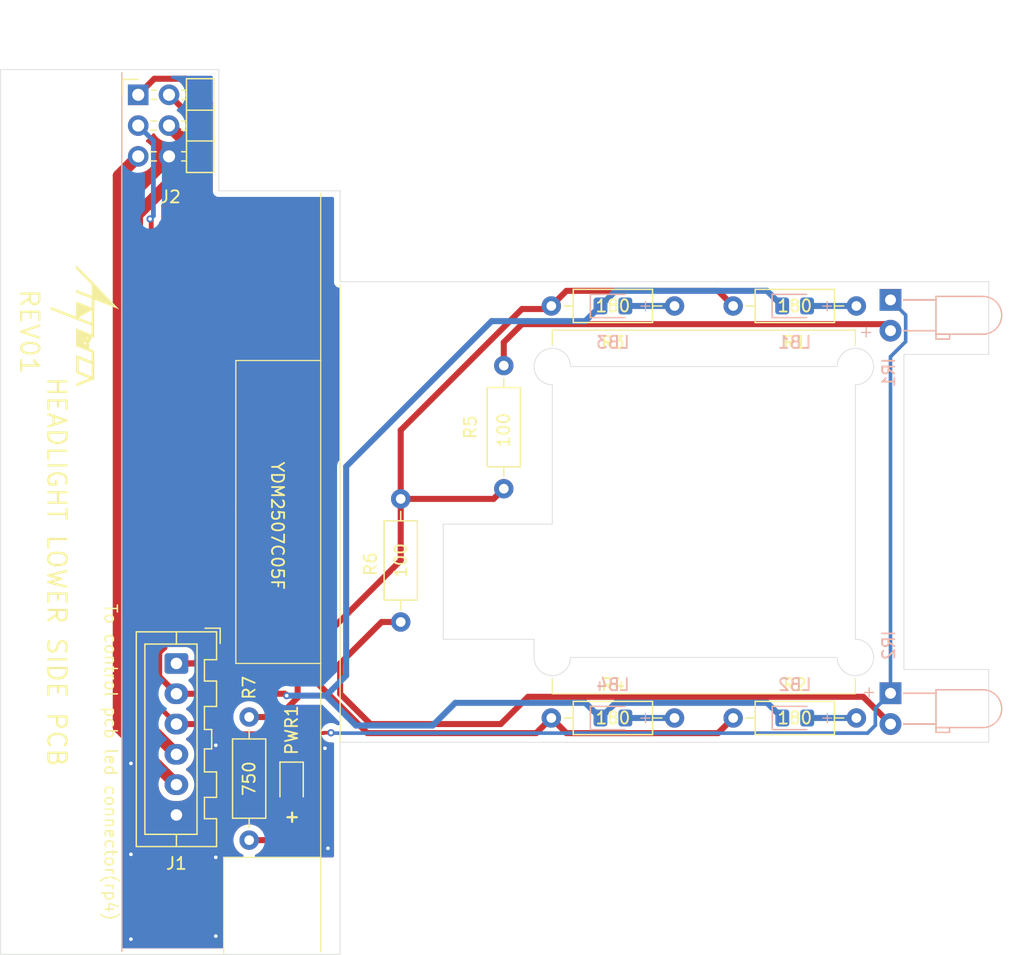
<source format=kicad_pcb>
(kicad_pcb (version 20241229) (generator "pcbnew") (generator_version "9.0")
  (title_block (title "HeadLight Lower Side") (date "2025-06-07") (rev "01"))
  (layers (0 "F.Cu" signal) (2 "B.Cu" signal) (13 "F.Paste" user) (15 "B.Paste" user) (5 "F.SilkS" user "F.Silkscreen") (7 "B.SilkS" user "B.Silkscreen") (1 "F.Mask" user) (3 "B.Mask" user) (25 "Edge.Cuts" user))
  (net 0 "")
  (net 1 "Net-(IR1-A)")
  (net 2 "IR")
  (net 3 "Net-(IR2-A)")
  (net 4 "HB_K")
  (net 5 "HB_A")
  (net 6 "LB")
  (net 7 "GND")
  (net 8 "+5.1V")
  (net 9 "Net-(LB1-A)")
  (net 10 "Net-(LB2-A)")
  (net 11 "Net-(LB3-A)")
  (net 12 "Net-(LB4-A)")
  (net 13 "Net-(PWR1-A)")
  (footprint "Resistor_THT:R_Axial_DIN0207_L6.3mm_D2.5mm_P10.16mm_Horizontal" (layer "F.Cu") (at 78 60.08 90)
    (property "Reference" "R5" (at 5.08 -2.75 90) (layer "F.SilkS"))
    (property "Value" "100" (at 4.83 0 90) (layer "F.SilkS"))
    (fp_line (start 8.35 -1.37) (end 1.81 -1.37) (stroke (width 0.12)) (layer "F.SilkS"))
    (fp_line (start 1.81 -1.37) (end 1.81 1.37) (stroke (width 0.12)) (layer "F.SilkS"))
    (fp_line (start 9.12 0) (end 8.35 0) (stroke (width 0.12)) (layer "F.SilkS"))
    (fp_line (start 1.04 0) (end 1.81 0) (stroke (width 0.12)) (layer "F.SilkS"))
    (fp_line (start 8.35 1.37) (end 8.35 -1.37) (stroke (width 0.12)) (layer "F.SilkS"))
    (fp_line (start 1.81 1.37) (end 8.35 1.37) (stroke (width 0.12)) (layer "F.SilkS"))
    (pad "1" thru_hole circle (at 0 0 90) (size 1.6 1.6) (drill 0.8) (layers "*.Cu" "*.Mask") (net 8 "+5.1V"))
    (pad "2" thru_hole oval (at 10.16 0 90) (size 1.6 1.6) (drill 0.8) (layers "*.Cu" "*.Mask") (net 1 "Net-(IR1-A)"))
  )
  (footprint "MountingHole:MountingHole_3.2mm_M3" (layer "F.Cu") (at 41.5 37)
    (property "Reference" "H1" (hide yes))
    (property "Value" "MountingHole" (hide yes))
    (pad "" np_thru_hole circle (at 0 0) (size 3.2 3.2) (drill 3.2) (layers "*.Cu" "*.Mask"))
  )
  (footprint "MountingHole:MountingHole_3.2mm_M3" (layer "F.Cu") (at 41.5 87)
    (property "Reference" "H2" (hide yes))
    (property "Value" "MountingHole" (hide yes))
    (pad "" np_thru_hole circle (at 0 0) (size 3.2 3.2) (drill 3.2) (layers "*.Cu" "*.Mask"))
  )
  (footprint "MountingHole:MountingHole_3.2mm_M3" (layer "F.Cu") (at 69.5 76)
    (property "Reference" "H4" (hide yes))
    (property "Value" "MountingHole" (hide yes))
    (pad "" np_thru_hole circle (at 0 0) (size 3.2 3.2) (drill 3.2) (layers "*.Cu" "*.Mask"))
  )
  (footprint "Resistor_THT:R_Axial_DIN0207_L6.3mm_D2.5mm_P10.16mm_Horizontal" (layer "F.Cu") (at 96.92 79)
    (property "Reference" "R2" (at 5.08 -2.75 0) (layer "F.SilkS"))
    (property "Value" "180" (at 5.08 0 0) (layer "F.SilkS"))
    (fp_line (start 1.04 0) (end 1.81 0) (stroke (width 0.12)) (layer "F.SilkS"))
    (fp_line (start 1.81 -1.37) (end 1.81 1.37) (stroke (width 0.12)) (layer "F.SilkS"))
    (fp_line (start 1.81 1.37) (end 8.35 1.37) (stroke (width 0.12)) (layer "F.SilkS"))
    (fp_line (start 8.35 -1.37) (end 1.81 -1.37) (stroke (width 0.12)) (layer "F.SilkS"))
    (fp_line (start 8.35 1.37) (end 8.35 -1.37) (stroke (width 0.12)) (layer "F.SilkS"))
    (fp_line (start 9.12 0) (end 8.35 0) (stroke (width 0.12)) (layer "F.SilkS"))
    (pad "1" thru_hole circle (at 0 0) (size 1.6 1.6) (drill 0.8) (layers "*.Cu" "*.Mask") (net 8 "+5.1V"))
    (pad "2" thru_hole oval (at 10.16 0) (size 1.6 1.6) (drill 0.8) (layers "*.Cu" "*.Mask") (net 10 "Net-(LB2-A)"))
  )
  (footprint "Resistor_THT:R_Axial_DIN0207_L6.3mm_D2.5mm_P10.16mm_Horizontal" (layer "F.Cu") (at 57 78.92 -90)
    (property "Reference" "R7" (at -2.42 0 90) (layer "F.SilkS"))
    (property "Value" "750" (at 5.08 0 90) (layer "F.SilkS"))
    (fp_line (start 1.81 1.37) (end 8.35 1.37) (stroke (width 0.12)) (layer "F.SilkS"))
    (fp_line (start 8.35 1.37) (end 8.35 -1.37) (stroke (width 0.12)) (layer "F.SilkS"))
    (fp_line (start 1.04 0) (end 1.81 0) (stroke (width 0.12)) (layer "F.SilkS"))
    (fp_line (start 9.12 0) (end 8.35 0) (stroke (width 0.12)) (layer "F.SilkS"))
    (fp_line (start 1.81 -1.37) (end 1.81 1.37) (stroke (width 0.12)) (layer "F.SilkS"))
    (fp_line (start 8.35 -1.37) (end 1.81 -1.37) (stroke (width 0.12)) (layer "F.SilkS"))
    (pad "1" thru_hole circle (at 0 0 270) (size 1.6 1.6) (drill 0.8) (layers "*.Cu" "*.Mask") (net 8 "+5.1V"))
    (pad "2" thru_hole oval (at 10.16 0 270) (size 1.6 1.6) (drill 0.8) (layers "*.Cu" "*.Mask") (net 13 "Net-(PWR1-A)"))
  )
  (footprint "Resistor_THT:R_Axial_DIN0207_L6.3mm_D2.5mm_P10.16mm_Horizontal" (layer "F.Cu") (at 96.92 45)
    (property "Reference" "R1" (at 5.08 3 0) (layer "F.SilkS"))
    (property "Value" "180" (at 5.08 0 0) (layer "F.SilkS"))
    (fp_line (start 1.04 0) (end 1.81 0) (stroke (width 0.12)) (layer "F.SilkS"))
    (fp_line (start 1.81 -1.37) (end 1.81 1.37) (stroke (width 0.12)) (layer "F.SilkS"))
    (fp_line (start 1.81 1.37) (end 8.35 1.37) (stroke (width 0.12)) (layer "F.SilkS"))
    (fp_line (start 8.35 -1.37) (end 1.81 -1.37) (stroke (width 0.12)) (layer "F.SilkS"))
    (fp_line (start 8.35 1.37) (end 8.35 -1.37) (stroke (width 0.12)) (layer "F.SilkS"))
    (fp_line (start 9.12 0) (end 8.35 0) (stroke (width 0.12)) (layer "F.SilkS"))
    (pad "1" thru_hole circle (at 0 0) (size 1.6 1.6) (drill 0.8) (layers "*.Cu" "*.Mask") (net 8 "+5.1V"))
    (pad "2" thru_hole oval (at 10.16 0) (size 1.6 1.6) (drill 0.8) (layers "*.Cu" "*.Mask") (net 9 "Net-(LB1-A)"))
  )
  (footprint "aqua_rogo:aqua_rogo" (layer "F.Cu") (at 43.5 46.5 -90)
    (property "Reference" "G***" (hide yes))
    (property "Value" "LOGO" (hide yes))
    (fp_poly (pts (xy -1.227114 -2.768369) (xy -1.236997 -2.74129) (xy -1.253263 -2.69798) (xy -1.27545 -2.639639) (xy -1.303095 -2.567463) (xy -1.335737 -2.482651) (xy -1.372914 -2.3864) (xy -1.414163 -2.27991) (xy -1.459023 -2.164376) (xy -1.507031 -2.040998) (xy -1.557726 -1.910973) (xy -1.610644 -1.7755) (xy -1.618788 -1.754674) (xy -1.67202 -1.618406) (xy -1.723097 -1.48735) (xy -1.771555 -1.362708) (xy -1.816932 -1.245684) (xy -1.858767 -1.137482) (xy -1.896595 -1.039304) (xy -1.929955 -0.952354) (xy -1.958383 -0.877835) (xy -1.981419 -0.816951) (xy -1.998598 -0.770904) (xy -2.009458 -0.740898) (xy -2.013537 -0.728136) (xy -2.013537 -0.727787) (xy -2.003268 -0.72695) (xy -1.97406 -0.72614) (xy -1.926982 -0.725361) (xy -1.863105 -0.724618) (xy -1.783496 -0.723916) (xy -1.689226 -0.723261) (xy -1.581364 -0.722658) (xy -1.460978 -0.722111) (xy -1.329139 -0.721626) (xy -1.186915 -0.721207) (xy -1.035376 -0.72086) (xy -0.87559 -0.72059) (xy -0.708628 -0.720402) (xy -0.535558 -0.720301) (xy -0.42958 -0.720284) (xy -0.25344 -0.720235) (xy -0.082813 -0.72009) (xy 0.081237 -0.719856) (xy 0.237643 -0.719537) (xy 0.38534 -0.719139) (xy 0.523263 -0.718668) (xy 0.650345 -0.718128) (xy 0.765521 -0.717525) (xy 0.867724 -0.716864) (xy 0.955891 -0.716151) (xy 1.028954 -0.715391) (xy 1.085847 -0.714589) (xy 1.125506 -0.713751) (xy 1.146865 -0.712883) (xy 1.150452 -0.712347) (xy 1.146915 -0.70047) (xy 1.13728 -0.673981) (xy 1.123017 -0.636789) (xy 1.105592 -0.592806) (xy 1.105435 -0.592414) (xy 1.087994 -0.548426) (xy 1.0737 -0.511235) (xy 1.064019 -0.484738) (xy 1.060417 -0.472832) (xy 1.060417 -0.472801) (xy 1.069723 -0.469606) (xy 1.094852 -0.466995) (xy 1.131622 -0.465293) (xy 1.162957 -0.464815) (xy 1.265498 -0.464446) (xy 1.390547 -0.402559) (xy 1.478714 -0.361764) (xy 1.556764 -0.332553) (xy 1.629934 -0.313683) (xy 1.703463 -0.303912) (xy 1.782589 -0.301996) (xy 1.810712 -0.302871) (xy 1.890188 -0.308697) (xy 1.951473 -0.318774) (xy 1.980779 -0.327183) (xy 2.035801 -0.346625) (xy 2.109977 -0.533454) (xy 2.184154 -0.720284) (xy 3.404057 -0.720284) (xy 3.585813 -0.720274) (xy 3.748597 -0.720232) (xy 3.893442 -0.720144) (xy 4.021385 -0.719994) (xy 4.133459 -0.719769) (xy 4.2307 -0.719453) (xy 4.314144 -0.719031) (xy 4.384823 -0.718488) (xy 4.443775 -0.71781) (xy 4.492034 -0.71698) (xy 4.530634 -0.715985) (xy 4.56061 -0.71481) (xy 4.582998 -0.713438) (xy 4.598833 -0.711857) (xy 4.609149 -0.71005) (xy 4.614981 -0.708003) (xy 4.617365 -0.7057) (xy 4.617335 -0.703127) (xy 4.61721 -0.702777) (xy 4.61046 -0.68193) (xy 4.602257 -0.652385) (xy 4.600435 -0.645255) (xy 4.598772 -0.63706) (xy 4.59817 -0.627839) (xy 4.599103 -0.616256) (xy 4.602048 -0.60098) (xy 4.607478 -0.580678) (xy 4.615869 -0.554018) (xy 4.627695 -0.519665) (xy 4.643433 -0.476288) (xy 4.663556 -0.422554) (xy 4.68854 -0.35713) (xy 4.71886 -0.278683) (xy 4.754991 -0.18588) (xy 4.797407 -0.077389) (xy 4.846584 0.048123) (xy 4.857132 0.075029) (xy 4.900705 0.186153) (xy 4.942207 0.291977) (xy 4.981049 0.391004) (xy 5.016646 0.48174) (xy 5.048409 0.562688) (xy 5.075753 0.632351) (xy 5.098089 0.689235) (xy 5.114831 0.731843) (xy 5.125391 0.758679) (xy 5.129133 0.76813) (xy 5.127369 0.773688) (xy 5.114843 0.777153) (xy 5.088951 0.778758) (xy 5.047089 0.778734) (xy 5.01723 0.778133) (xy 4.900047 0.775305) (xy 4.688404 0.232625) (xy 4.649826 0.133936) (xy 4.613334 0.041029) (xy 4.579582 -0.04446) (xy 4.549226 -0.120893) (xy 4.52292 -0.186632) (xy 4.501319 -0.240041) (xy 4.485077 -0.279482) (xy 4.474849 -0.303319) (xy 4.471361 -0.310089) (xy 4.466839 -0.301044) (xy 4.45574 -0.274995) (xy 4.438725 -0.233593) (xy 4.416454 -0.178487) (xy 4.389588 -0.111326) (xy 4.358788 -0.033761) (xy 4.324713 0.052558) (xy 4.288024 0.145983) (xy 4.257487 0.224084) (xy 4.219091 0.322364) (xy 4.182748 0.415174) (xy 4.149129 0.500821) (xy 4.118901 0.577609) (xy 4.092735 0.643844) (xy 4.071299 0.697831) (xy 4.055263 0.737875) (xy 4.045296 0.762282) (xy 4.042171 0.769363) (xy 4.034229 0.771618) (xy 4.012901 0.773536) (xy 3.977441 0.775126) (xy 3.927101 0.776397) (xy 3.861134 0.777357) (xy 3.778791 0.778014) (xy 3.679325 0.778377) (xy 3.561989 0.778455) (xy 3.426035 0.778255) (xy 3.294142 0.77787) (xy 2.552956 0.775305) (xy 2.639559 0.553507) (xy 2.873762 0.553507) (xy 2.875704 0.556989) (xy 2.881677 0.559832) (xy 2.893277 0.562082) (xy 2.912097 0.563787) (xy 2.939731 0.564994) (xy 2.977772 0.565751) (xy 3.027815 0.566105) (xy 3.091453 0.566102) (xy 3.170281 0.565791) (xy 3.265892 0.565219) (xy 3.379881 0.564432) (xy 3.382685 0.564412) (xy 3.896008 0.560765) (xy 3.915259 0.507972) (xy 3.926013 0.479261) (xy 3.94345 0.433704) (xy 3.966887 0.373053) (xy 3.995637 0.299063) (xy 4.029017 0.21349) (xy 4.066341 0.118086) (xy 4.106925 0.014607) (xy 4.150083 -0.095193) (xy 4.195133 -0.209559) (xy 4.211078 -0.249983) (xy 4.237428 -0.316848) (xy 4.261199 -0.377348) (xy 4.281452 -0.429073) (xy 4.297244 -0.46961) (xy 4.307632 -0.496549) (xy 4.311676 -0.507477) (xy 4.311697 -0.507584) (xy 4.302005 -0.50809) (xy 4.274174 -0.508564) (xy 4.230076 -0.508996) (xy 4.171579 -0.509377) (xy 4.100555 -0.509697) (xy 4.018871 -0.509946) (xy 3.9284 -0.510116) (xy 3.831009 -0.510196) (xy 3.798459 -0.510201) (xy 3.285222 -0.510201) (xy 3.082188 0.010208) (xy 3.044293 0.107447) (xy 3.008525 0.199437) (xy 2.975558 0.284429) (xy 2.946068 0.360674) (xy 2.920729 0.42642) (xy 2.900216 0.479919) (xy 2.885205 0.519421) (xy 2.876369 0.543175) (xy 2.874258 0.549338) (xy 2.873762 0.553507) (xy 2.639559 0.553507) (xy 2.79709 0.150058) (xy 2.838713 0.043414) (xy 2.878266 -0.058009) (xy 2.915132 -0.15263) (xy 2.9487 -0.238868) (xy 2.978353 -0.315143) (xy 3.003479 -0.379876) (xy 3.023463 -0.431486) (xy 3.037691 -0.468393) (xy 3.045549 -0.489017) (xy 3.046886 -0.492695) (xy 3.04737 -0.497288) (xy 3.044293 -0.501002) (xy 3.035773 -0.503929) (xy 3.019931 -0.506162) (xy 2.994887 -0.507795) (xy 2.958761 -0.508919) (xy 2.909671 -0.509629) (xy 2.845739 -0.510017) (xy 2.765084 -0.510176) (xy 2.692803 -0.510201) (xy 2.593594 -0.510048) (xy 2.512827 -0.509553) (xy 2.448938 -0.508662) (xy 2.400364 -0.507322) (xy 2.365541 -0.505479) (xy 2.342905 -0.503079) (xy 2.330893 -0.500069) (xy 2.328015 -0.497697) (xy 2.321575 -0.481437) (xy 2.308661 -0.448587) (xy 2.290048 -0.401128) (xy 2.266508 -0.34104) (xy 2.238818 -0.270304) (xy 2.207749 -0.1909) (xy 2.174078 -0.10481) (xy 2.138577 -0.014015) (xy 2.10202 0.079506) (xy 2.065183 0.17377) (xy 2.028839 0.266798) (xy 1.993761 0.356608) (xy 1.960725 0.441221) (xy 1.930504 0.518654) (xy 1.903872 0.586927) (xy 1.881604 0.64406) (xy 1.864473 0.688071) (xy 1.853254 0.716981) (xy 1.849099 0.727786) (xy 1.829283 0.780307) (xy 1.083638 0.780307) (xy 0.938787 0.780245) (xy 0.81282 0.780048) (xy 0.704613 0.779696) (xy 0.613042 0.779171) (xy 0.536982 0.778454) (xy 0.47531 0.777524) (xy 0.426901 0.776365) (xy 0.390633 0.774955) (xy 0.36538 0.773278) (xy 0.350019 0.771313) (xy 0.343426 0.769041) (xy 0.343059 0.767802) (xy 0.347261 0.757109) (xy 0.358012 0.729652) (xy 0.374582 0.687301) (xy 0.396239 0.631926) (xy 0.422253 0.5654) (xy 0.451891 0.489593) (xy 0.484422 0.406376) (xy 0.512728 0.333961) (xy 1.22048 0.333961) (xy 1.224755 0.358625) (xy 1.240167 0.368393) (xy 1.260121 0.368103) (xy 1.278972 0.361612) (xy 1.287197 0.343968) (xy 1.288543 0.333937) (xy 1.287523 0.310074) (xy 1.27649 0.299018) (xy 1.272457 0.297731) (xy 1.245092 0.298592) (xy 1.225963 0.313943) (xy 1.22048 0.333961) (xy 0.512728 0.333961) (xy 0.519116 0.317619) (xy 0.555241 0.225195) (xy 0.592065 0.130974) (xy 0.628011 0.038998) (xy 1.511462 0.038998) (xy 1.52626 0.069197) (xy 1.536953 0.079305) (xy 1.572292 0.097448) (xy 1.606676 0.095633) (xy 1.631534 0.08132) (xy 1.649788 0.057224) (xy 1.654651 0.026155) (xy 1.648289 -0.01022) (xy 1.627785 -0.033574) (xy 1.593656 -0.045913) (xy 1.567766 -0.047203) (xy 1.546576 -0.03611) (xy 1.536267 -0.026583) (xy 1.514789 0.005753) (xy 1.511462 0.038998) (xy 0.628011 0.038998) (xy 0.628859 0.036828) (xy 0.664889 -0.055374) (xy 0.696327 -0.13583) (xy 1.110437 -0.13583) (xy 1.118198 -0.10807) (xy 1.14039 -0.093536) (xy 1.165409 -0.092086) (xy 1.184749 -0.095783) (xy 1.193318 -0.105855) (xy 1.195439 -0.128481) (xy 1.19547 -0.135054) (xy 1.194027 -0.161037) (xy 1.187013 -0.173264) (xy 1.170405 -0.177923) (xy 1.167354 -0.178293) (xy 1.135549 -0.174825) (xy 1.115649 -0.157585) (xy 1.110437 -0.13583) (xy 0.696327 -0.13583) (xy 0.699426 -0.14376) (xy 0.731738 -0.226458) (xy 0.761093 -0.301598) (xy 0.786761 -0.367309) (xy 0.808009 -0.42172) (xy 0.824108 -0.462959) (xy 0.834325 -0.489156) (xy 0.837695 -0.497822) (xy 0.83532 -0.50121) (xy 0.824231 -0.503898) (xy 0.802826 -0.505932) (xy 0.769501 -0.507357) (xy 0.722652 -0.508217) (xy 0.660678 -0.508558) (xy 0.581973 -0.508423) (xy 0.484937 -0.507859) (xy 0.480364 -0.507826) (xy 0.11816 -0.505199) (xy -0.542813 1.187967) (xy -1.203786 2.881134) (xy -1.239644 2.879299) (xy -1.267638 2.877635) (xy -1.307243 2.874998) (xy -1.350119 2.871945) (xy -1.352132 2.871796) (xy -1.428761 2.866128) (xy -1.024518 1.83072) (xy -0.970906 1.693336) (xy -0.919376 1.561159) (xy -0.870391 1.435386) (xy -0.824414 1.317209) (xy -0.781909 1.207825) (xy -0.743338 1.108427) (xy -0.709165 1.02021) (xy -0.679852 0.944369) (xy -0.655862 0.882098) (xy -0.63766 0.834592) (xy -0.625707 0.803045) (xy -0.620467 0.788653) (xy -0.62026 0.787885) (xy -0.629979 0.786539) (xy -0.65801 0.785191) (xy -0.702658 0.783868) (xy -0.762228 0.782596) (xy -0.835024 0.781404) (xy -0.919351 0.780317) (xy -1.013514 0.779364) (xy -1.115817 0.778572) (xy -1.224565 0.777967) (xy -1.244534 0.777881) (xy -1.868823 0.775305) (xy -1.624622 0.150058) (xy -1.582988 0.043416) (xy -1.543428 -0.058005) (xy -1.506555 -0.152624) (xy -1.472984 -0.238861) (xy -1.443328 -0.315136) (xy -1.418201 -0.379869) (xy -1.398218 -0.431479) (xy -1.383994 -0.468388) (xy -1.376141 -0.489015) (xy -1.374806 -0.492695) (xy -1.374514 -0.495549) (xy -1.136594 -0.495549) (xy -1.13598 -0.492976) (xy -1.129815 -0.481324) (xy -1.114472 -0.454033) (xy -1.090887 -0.412728) (xy -1.059999 -0.359031) (xy -1.022746 -0.294567) (xy -0.980064 -0.220959) (xy -0.932892 -0.139831) (xy -0.882167 -0.052806) (xy -0.848572 0.00472) (xy -0.78388 0.115413) (xy -0.728546 0.210077) (xy -0.681832 0.289955) (xy -0.642996 0.35629) (xy -0.611299 0.410326) (xy -0.586002 0.453305) (xy -0.566365 0.486472) (xy -0.551647 0.511069) (xy -0.54111 0.528339) (xy -0.534013 0.539527) (xy -0.529617 0.545874) (xy -0.527181 0.548625) (xy -0.525967 0.549023) (xy -0.525235 0.548311) (xy -0.525173 0.548241) (xy -0.521113 0.538612) (xy -0.510481 0.512093) (xy -0.493969 0.470436) (xy -0.472266 0.415396) (xy -0.446062 0.348727) (xy -0.416046 0.272181) (xy -0.38291 0.187512) (xy -0.347341 0.096475) (xy -0.335067 0.065025) (xy -0.298171 -0.029535) (xy -0.262956 -0.11977) (xy -0.230195 -0.203705) (xy -0.200657 -0.279366) (xy -0.175115 -0.344777) (xy -0.15434 -0.397963) (xy -0.139102 -0.436949) (xy -0.130173 -0.45976) (xy -0.129026 -0.462683) (xy -0.110336 -0.510201) (xy -0.626463 -0.510201) (xy -0.741394 -0.510169) (xy -0.837892 -0.510036) (xy -0.91753 -0.50975) (xy -0.981883 -0.509257) (xy -1.032525 -0.508505) (xy -1.07103 -0.507439) (xy -1.098972 -0.506006) (xy -1.117925 -0.504155) (xy -1.129464 -0.50183) (xy -1.135162 -0.498979) (xy -1.136594 -0.495549) (xy -1.374514 -0.495549) (xy -1.374341 -0.497239) (xy -1.377396 -0.50092) (xy -1.38583 -0.503827) (xy -1.401503 -0.506048) (xy -1.426275 -0.507671) (xy -1.462003 -0.508785) (xy -1.510549 -0.509478) (xy -1.573772 -0.509838) (xy -1.65353 -0.509954) (xy -1.737511 -0.509925) (xy -2.10583 -0.509648) (xy -2.355974 0.132828) (xy -2.606118 0.775305) (xy -2.718616 0.778133) (xy -2.770442 0.778583) (xy -2.80751 0.777075) (xy -2.827813 0.773736) (xy -2.831115 0.771004) (xy -2.827563 0.760213) (xy -2.817309 0.732358) (xy -2.800952 0.689003) (xy -2.779095 0.631712) (xy -2.752339 0.562048) (xy -2.721285 0.481576) (xy -2.686535 0.391858) (xy -2.648689 0.294458) (xy -2.608349 0.190941) (xy -2.589601 0.14293) (xy -2.548208 0.036912) (xy -2.508915 -0.063881) (xy -2.472337 -0.15786) (xy -2.439091 -0.243435) (xy -2.409791 -0.319017) (xy -2.385054 -0.383016) (xy -2.365496 -0.433844) (xy -2.351733 -0.46991) (xy -2.34438 -0.489625) (xy -2.343338 -0.492695) (xy -2.34316 -0.496828) (xy -2.346196 -0.500256) (xy -2.354129 -0.503044) (xy -2.368644 -0.505259) (xy -2.391424 -0.506965) (xy -2.424154 -0.508228) (xy -2.468518 -0.509115) (xy -2.5262 -0.50969) (xy -2.598884 -0.510019) (xy -2.688255 -0.510167) (xy -2.792739 -0.510201) (xy -3.24689 -0.510201) (xy -3.906844 0.134551) (xy -4.566799 0.779303) (xy -4.721804 0.779805) (xy -4.876809 0.780307) (xy -4.766822 0.671338) (xy -4.729775 0.634756) (xy -4.680829 0.586616) (xy -4.620724 0.527641) (xy -4.550201 0.45855) (xy -4.47 0.380067) (xy -4.380863 0.292912) (xy -4.28353 0.197805) (xy -4.178741 0.095469) (xy -4.067239 -0.013376) (xy -3.949762 -0.128007) (xy -3.827053 -0.247705) (xy -3.699851 -0.371748) (xy -3.568898 -0.499414) (xy -3.434934 -0.629983) (xy -3.298701 -0.762732) (xy -3.160938 -0.896942) (xy -3.022387 -1.03189) (xy -2.883788 -1.166856) (xy -2.745882 -1.301118) (xy -2.60941 -1.433955) (xy -2.475112 -1.564646) (xy -2.34373 -1.692469) (xy -2.216004 -1.816704) (xy -2.092674 -1.936629) (xy -1.974482 -2.051522) (xy -1.862169 -2.160664) (xy -1.756474 -2.263331) (xy -1.65814 -2.358805) (xy -1.567906 -2.446362) (xy -1.486513 -2.525282) (xy -1.414702 -2.594843) (xy -1.353214 -2.654325) (xy -1.302789 -2.703006) (xy -1.264169 -2.740165) (xy -1.238094 -2.76508) (xy -1.225305 -2.777031) (xy -1.224076 -2.778021)) (fill yes) (layer "F.SilkS"))
  )
  (footprint "Resistor_THT:R_Axial_DIN0207_L6.3mm_D2.5mm_P10.16mm_Horizontal" (layer "F.Cu") (at 69.5 60.92 -90)
    (property "Reference" "R6" (at 5.38 2.5 90) (layer "F.SilkS"))
    (property "Value" "100" (at 5.08 0 90) (layer "F.SilkS"))
    (fp_line (start 1.81 1.37) (end 8.35 1.37) (stroke (width 0.12)) (layer "F.SilkS"))
    (fp_line (start 8.35 1.37) (end 8.35 -1.37) (stroke (width 0.12)) (layer "F.SilkS"))
    (fp_line (start 1.04 0) (end 1.81 0) (stroke (width 0.12)) (layer "F.SilkS"))
    (fp_line (start 9.12 0) (end 8.35 0) (stroke (width 0.12)) (layer "F.SilkS"))
    (fp_line (start 1.81 -1.37) (end 1.81 1.37) (stroke (width 0.12)) (layer "F.SilkS"))
    (fp_line (start 8.35 -1.37) (end 1.81 -1.37) (stroke (width 0.12)) (layer "F.SilkS"))
    (pad "1" thru_hole circle (at 0 0 270) (size 1.6 1.6) (drill 0.8) (layers "*.Cu" "*.Mask") (net 8 "+5.1V"))
    (pad "2" thru_hole oval (at 10.16 0 270) (size 1.6 1.6) (drill 0.8) (layers "*.Cu" "*.Mask") (net 3 "Net-(IR2-A)"))
  )
  (footprint "LED_SMD:LED_0805_2012Metric_Pad1.15x1.40mm_HandSolder" (layer "F.Cu") (at 60.5 84.5 -90)
    (property "Reference" "PWR1" (at -4.5 0 90) (layer "F.SilkS"))
    (property "Value" "white" (hide yes))
    (fp_line (start -1.86 0.96) (end 1 0.96) (stroke (width 0.12)) (layer "F.SilkS"))
    (fp_line (start -1.86 -0.96) (end -1.86 0.96) (stroke (width 0.12)) (layer "F.SilkS"))
    (fp_line (start 1 -0.96) (end -1.86 -0.96) (stroke (width 0.12)) (layer "F.SilkS"))
    (pad "1" smd roundrect (at -1.025 0 270) (size 1.15 1.4) (layers "F.Cu" "F.Mask" "F.Paste") (roundrect_rratio 0.217391) (net 7 "GND"))
    (pad "2" smd roundrect (at 1.025 0 270) (size 1.15 1.4) (layers "F.Cu" "F.Mask" "F.Paste") (roundrect_rratio 0.217391) (net 13 "Net-(PWR1-A)"))
  )
  (footprint "Resistor_THT:R_Axial_DIN0207_L6.3mm_D2.5mm_P10.16mm_Horizontal" (layer "F.Cu") (at 81.92 79)
    (property "Reference" "R4" (at 5.08 -2.75 0) (layer "F.SilkS"))
    (property "Value" "180" (at 5.08 0 0) (layer "F.SilkS"))
    (fp_line (start 1.04 0) (end 1.81 0) (stroke (width 0.12)) (layer "F.SilkS"))
    (fp_line (start 1.81 -1.37) (end 1.81 1.37) (stroke (width 0.12)) (layer "F.SilkS"))
    (fp_line (start 1.81 1.37) (end 8.35 1.37) (stroke (width 0.12)) (layer "F.SilkS"))
    (fp_line (start 8.35 -1.37) (end 1.81 -1.37) (stroke (width 0.12)) (layer "F.SilkS"))
    (fp_line (start 8.35 1.37) (end 8.35 -1.37) (stroke (width 0.12)) (layer "F.SilkS"))
    (fp_line (start 9.12 0) (end 8.35 0) (stroke (width 0.12)) (layer "F.SilkS"))
    (pad "1" thru_hole circle (at 0 0) (size 1.6 1.6) (drill 0.8) (layers "*.Cu" "*.Mask") (net 8 "+5.1V"))
    (pad "2" thru_hole oval (at 10.16 0) (size 1.6 1.6) (drill 0.8) (layers "*.Cu" "*.Mask") (net 12 "Net-(LB4-A)"))
  )
  (footprint "Resistor_THT:R_Axial_DIN0207_L6.3mm_D2.5mm_P10.16mm_Horizontal" (layer "F.Cu") (at 81.92 45)
    (property "Reference" "R3" (at 5.08 3 0) (layer "F.SilkS"))
    (property "Value" "180" (at 5.08 0 0) (layer "F.SilkS"))
    (fp_line (start 1.04 0) (end 1.81 0) (stroke (width 0.12)) (layer "F.SilkS"))
    (fp_line (start 1.81 -1.37) (end 1.81 1.37) (stroke (width 0.12)) (layer "F.SilkS"))
    (fp_line (start 1.81 1.37) (end 8.35 1.37) (stroke (width 0.12)) (layer "F.SilkS"))
    (fp_line (start 8.35 -1.37) (end 1.81 -1.37) (stroke (width 0.12)) (layer "F.SilkS"))
    (fp_line (start 8.35 1.37) (end 8.35 -1.37) (stroke (width 0.12)) (layer "F.SilkS"))
    (fp_line (start 9.12 0) (end 8.35 0) (stroke (width 0.12)) (layer "F.SilkS"))
    (pad "1" thru_hole circle (at 0 0) (size 1.6 1.6) (drill 0.8) (layers "*.Cu" "*.Mask") (net 8 "+5.1V"))
    (pad "2" thru_hole oval (at 10.16 0) (size 1.6 1.6) (drill 0.8) (layers "*.Cu" "*.Mask") (net 11 "Net-(LB3-A)"))
  )
  (footprint "MountingHole:MountingHole_3.2mm_M3" (layer "F.Cu") (at 69.5 48)
    (property "Reference" "H3" (hide yes))
    (property "Value" "MountingHole" (hide yes))
    (pad "" np_thru_hole circle (at 0 0) (size 3.2 3.2) (drill 3.2) (layers "*.Cu" "*.Mask"))
  )
  (footprint "Connector_JST:JST_XA_B06B-XASK-1_1x06_P2.50mm_Vertical" (layer "F.Cu") (at 51 74.5 -90)
    (property "Reference" "J1" (at 16.5 0 180) (layer "F.SilkS"))
    (property "Value" "Conn_01x06_Pin" (hide yes))
    (fp_line (start -2.61 3.31) (end 15.11 3.31) (stroke (width 0.12)) (layer "F.SilkS"))
    (fp_line (start 15.11 3.31) (end 15.11 -3.31) (stroke (width 0.12)) (layer "F.SilkS"))
    (fp_line (start -1.6 2.6) (end 14.1 2.6) (stroke (width 0.12)) (layer "F.SilkS"))
    (fp_line (start 14.1 2.6) (end 14.1 -1.7) (stroke (width 0.12)) (layer "F.SilkS"))
    (fp_line (start -2.61 0) (end -1.6 0) (stroke (width 0.12)) (layer "F.SilkS"))
    (fp_line (start 15.11 0) (end 14.1 0) (stroke (width 0.12)) (layer "F.SilkS"))
    (fp_line (start -1.6 -1.7) (end -1.6 2.6) (stroke (width 0.12)) (layer "F.SilkS"))
    (fp_line (start 14.1 -1.7) (end -1.6 -1.7) (stroke (width 0.12)) (layer "F.SilkS"))
    (fp_line (start -0.31 -2.31) (end -0.31 -3.31) (stroke (width 0.12)) (layer "F.SilkS"))
    (fp_line (start 1.45 -2.31) (end -0.31 -2.31) (stroke (width 0.12)) (layer "F.SilkS"))
    (fp_line (start 3.55 -2.31) (end 3.55 -3.31) (stroke (width 0.12)) (layer "F.SilkS"))
    (fp_line (start 5.45 -2.31) (end 3.55 -2.31) (stroke (width 0.12)) (layer "F.SilkS"))
    (fp_line (start 7.05 -2.31) (end 7.05 -2.91) (stroke (width 0.12)) (layer "F.SilkS"))
    (fp_line (start 8.95 -2.31) (end 7.05 -2.31) (stroke (width 0.12)) (layer "F.SilkS"))
    (fp_line (start 11.05 -2.31) (end 11.05 -3.31) (stroke (width 0.12)) (layer "F.SilkS"))
    (fp_line (start 12.81 -2.31) (end 11.05 -2.31) (stroke (width 0.12)) (layer "F.SilkS"))
    (fp_line (start 5.45 -2.91) (end 5.45 -2.31) (stroke (width 0.12)) (layer "F.SilkS"))
    (fp_line (start 7.05 -2.91) (end 5.45 -2.91) (stroke (width 0.12)) (layer "F.SilkS"))
    (fp_line (start -2.61 -3.31) (end -2.61 3.31) (stroke (width 0.12)) (layer "F.SilkS"))
    (fp_line (start -0.31 -3.31) (end -2.61 -3.31) (stroke (width 0.12)) (layer "F.SilkS"))
    (fp_line (start 1.45 -3.31) (end 1.45 -2.31) (stroke (width 0.12)) (layer "F.SilkS"))
    (fp_line (start 3.55 -3.31) (end 1.45 -3.31) (stroke (width 0.12)) (layer "F.SilkS"))
    (fp_line (start 8.95 -3.31) (end 8.95 -2.31) (stroke (width 0.12)) (layer "F.SilkS"))
    (fp_line (start 11.05 -3.31) (end 8.95 -3.31) (stroke (width 0.12)) (layer "F.SilkS"))
    (fp_line (start 12.81 -3.31) (end 12.81 -2.31) (stroke (width 0.12)) (layer "F.SilkS"))
    (fp_line (start 15.11 -3.31) (end 12.81 -3.31) (stroke (width 0.12)) (layer "F.SilkS"))
    (fp_line (start -2.91 -3.61) (end -2.91 -2.36) (stroke (width 0.12)) (layer "F.SilkS"))
    (fp_line (start -1.66 -3.61) (end -2.91 -3.61) (stroke (width 0.12)) (layer "F.SilkS"))
    (pad "1" thru_hole roundrect (at 0 0 270) (size 1.7 1.95) (drill 0.95) (layers "*.Cu" "*.Mask") (roundrect_rratio 0.147059) (net 8 "+5.1V"))
    (pad "2" thru_hole oval (at 2.5 0 270) (size 1.7 1.95) (drill 0.95) (layers "*.Cu" "*.Mask") (net 6 "LB"))
    (pad "3" thru_hole oval (at 5 0 270) (size 1.7 1.95) (drill 0.95) (layers "*.Cu" "*.Mask") (net 2 "IR"))
    (pad "4" thru_hole oval (at 7.5 0 270) (size 1.7 1.95) (drill 0.95) (layers "*.Cu" "*.Mask") (net 5 "HB_A"))
    (pad "5" thru_hole oval (at 10 0 270) (size 1.7 1.95) (drill 0.95) (layers "*.Cu" "*.Mask") (net 4 "HB_K"))
    (pad "6" thru_hole oval (at 12.5 0 270) (size 1.7 1.95) (drill 0.95) (layers "*.Cu" "*.Mask") (net 7 "GND"))
  )
  (footprint "Connector_PinHeader_2.54mm:PinHeader_2x03_P2.54mm_Horizontal" (layer "F.Cu") (at 47.85 27.575)
    (property "Reference" "J2" (at 2.65 8.425 180) (layer "F.SilkS"))
    (property "Value" "Conn_02x03_Odd_Even" (hide yes))
    (fp_line (start -1.27 -1.27) (end 0 -1.27) (stroke (width 0.12)) (layer "F.SilkS"))
    (fp_line (start -1.27 0) (end -1.27 -1.27) (stroke (width 0.12)) (layer "F.SilkS"))
    (fp_line (start 1.042929 2.16) (end 1.497071 2.16) (stroke (width 0.12)) (layer "F.SilkS"))
    (fp_line (start 1.042929 2.92) (end 1.497071 2.92) (stroke (width 0.12)) (layer "F.SilkS"))
    (fp_line (start 1.042929 4.7) (end 1.497071 4.7) (stroke (width 0.12)) (layer "F.SilkS"))
    (fp_line (start 1.042929 5.46) (end 1.497071 5.46) (stroke (width 0.12)) (layer "F.SilkS"))
    (fp_line (start 1.11 -0.38) (end 1.497071 -0.38) (stroke (width 0.12)) (layer "F.SilkS"))
    (fp_line (start 1.11 0.38) (end 1.497071 0.38) (stroke (width 0.12)) (layer "F.SilkS"))
    (fp_line (start 3.582929 -0.38) (end 3.98 -0.38) (stroke (width 0.12)) (layer "F.SilkS"))
    (fp_line (start 3.582929 0.38) (end 3.98 0.38) (stroke (width 0.12)) (layer "F.SilkS"))
    (fp_line (start 3.582929 2.16) (end 3.98 2.16) (stroke (width 0.12)) (layer "F.SilkS"))
    (fp_line (start 3.582929 2.92) (end 3.98 2.92) (stroke (width 0.12)) (layer "F.SilkS"))
    (fp_line (start 3.582929 4.7) (end 3.98 4.7) (stroke (width 0.12)) (layer "F.SilkS"))
    (fp_line (start 3.582929 5.46) (end 3.98 5.46) (stroke (width 0.12)) (layer "F.SilkS"))
    (fp_line (start 3.98 -1.33) (end 3.98 6.41) (stroke (width 0.12)) (layer "F.SilkS"))
    (fp_line (start 3.98 1.27) (end 6.25 1.27) (stroke (width 0.12)) (layer "F.SilkS"))
    (fp_line (start 3.98 3.81) (end 6.25 3.81) (stroke (width 0.12)) (layer "F.SilkS"))
    (fp_line (start 3.98 6.41) (end 6.25 6.41) (stroke (width 0.12)) (layer "F.SilkS"))
    (fp_line (start 6.25 -1.33) (end 3.98 -1.33) (stroke (width 0.12)) (layer "F.SilkS"))
    (fp_line (start 6.25 6.41) (end 6.25 -1.33) (stroke (width 0.1)) (layer "F.SilkS"))
    (pad "1" thru_hole rect (at 0 0) (size 1.7 1.7) (drill 1) (layers "*.Cu" "*.Mask") (net 8 "+5.1V"))
    (pad "2" thru_hole oval (at 2.54 0) (size 1.7 1.7) (drill 1) (layers "*.Cu" "*.Mask") (net 6 "LB"))
    (pad "3" thru_hole oval (at 0 2.54) (size 1.7 1.7) (drill 1) (layers "*.Cu" "*.Mask") (net 2 "IR"))
    (pad "4" thru_hole oval (at 2.54 2.54) (size 1.7 1.7) (drill 1) (layers "*.Cu" "*.Mask") (net 5 "HB_A"))
    (pad "5" thru_hole oval (at 0 5.08) (size 1.7 1.7) (drill 1) (layers "*.Cu" "*.Mask") (net 4 "HB_K"))
    (pad "6" thru_hole oval (at 2.54 5.08) (size 1.7 1.7) (drill 1) (layers "*.Cu" "*.Mask") (net 7 "GND"))
  )
  (footprint "MountingHole:MountingHole_3.2mm_M3" (layer "F.Cu") (at 58.9 94.5)
    (property "Reference" "H5" (hide yes))
    (property "Value" "MountingHole" (hide yes))
    (pad "" np_thru_hole circle (at 0 0) (size 3.2 3.2) (drill 3.2) (layers "*.Cu" "*.Mask"))
  )
  (footprint "LED_SMD:LED_0805_2012Metric_Pad1.15x1.40mm_HandSolder" (layer "B.Cu") (at 102 79)
    (property "Reference" "LB2" (at 0 -2.75 180) (layer "B.SilkS") (effects (justify mirror)))
    (property "Value" "white")
    (fp_line (start -1.86 -0.96) (end 1 -0.96) (stroke (width 0.12)) (layer "B.SilkS"))
    (fp_line (start -1.86 0.96) (end -1.86 -0.96) (stroke (width 0.12)) (layer "B.SilkS"))
    (fp_line (start 1 0.96) (end -1.86 0.96) (stroke (width 0.12)) (layer "B.SilkS"))
    (fp_text user "+" (at 2 -0.5 180) (layer "B.SilkS") (effects (font (thickness 0.1)) (justify left bottom mirror)))
    (pad "1" smd roundrect (at -1.025 0) (size 1.15 1.4) (layers "B.Cu" "B.Mask" "B.Paste") (roundrect_rratio 0.217391) (net 6 "LB"))
    (pad "2" smd roundrect (at 1.025 0) (size 1.15 1.4) (layers "B.Cu" "B.Mask" "B.Paste") (roundrect_rratio 0.217391) (net 10 "Net-(LB2-A)"))
  )
  (footprint "LED_THT:LED_D3.0mm_Horizontal_O3.81mm_Z2.0mm" (layer "B.Cu") (at 109.895 76.96 -90)
    (property "Reference" "IR2" (at -3.96 0.145 90) (layer "B.SilkS") (effects (justify mirror)))
    (property "Value" "~")
    (fp_line (start 0 -1.08) (end 0 -1.08) (stroke (width 0.12)) (layer "B.SilkS"))
    (fp_line (start 0 -1.08) (end 0 -3.75) (stroke (width 0.12)) (layer "B.SilkS"))
    (fp_line (start 2.54 -1.08) (end 2.54 -1.08) (stroke (width 0.12)) (layer "B.SilkS"))
    (fp_line (start 2.54 -1.08) (end 2.54 -3.75) (stroke (width 0.12)) (layer "B.SilkS"))
    (fp_line (start -0.29 -3.75) (end 2.83 -3.75) (stroke (width 0.12)) (layer "B.SilkS"))
    (fp_line (start -0.29 -3.75) (end -0.29 -7.61) (stroke (width 0.12)) (layer "B.SilkS"))
    (fp_line (start 0 -3.75) (end 0 -1.08) (stroke (width 0.12)) (layer "B.SilkS"))
    (fp_line (start 0 -3.75) (end 0 -3.75) (stroke (width 0.12)) (layer "B.SilkS"))
    (fp_line (start 2.54 -3.75) (end 2.54 -1.08) (stroke (width 0.12)) (layer "B.SilkS"))
    (fp_line (start 2.54 -3.75) (end 2.54 -3.75) (stroke (width 0.12)) (layer "B.SilkS"))
    (fp_line (start 2.83 -3.75) (end 3.23 -3.75) (stroke (width 0.12)) (layer "B.SilkS"))
    (fp_line (start 2.83 -3.75) (end 2.83 -7.61) (stroke (width 0.12)) (layer "B.SilkS"))
    (fp_line (start 3.23 -3.75) (end 3.23 -4.87) (stroke (width 0.12)) (layer "B.SilkS"))
    (fp_line (start 2.83 -4.87) (end 2.83 -3.75) (stroke (width 0.12)) (layer "B.SilkS"))
    (fp_line (start 3.23 -4.87) (end 2.83 -4.87) (stroke (width 0.12)) (layer "B.SilkS"))
    (fp_arc (start -0.29 -7.61) (mid 1.27 -9.17) (end 2.83 -7.61) (stroke (width 0.12)) (layer "B.SilkS"))
    (fp_text user "+" (at -0.75 1.25 90) (layer "B.SilkS") (effects (font (thickness 0.1)) (justify left bottom mirror)))
    (pad "1" thru_hole rect (at 0 0 270) (size 1.8 1.8) (drill 0.9) (layers "*.Cu" "*.Mask") (net 2 "IR"))
    (pad "2" thru_hole circle (at 2.54 0 270) (size 1.8 1.8) (drill 0.9) (layers "*.Cu" "*.Mask") (net 3 "Net-(IR2-A)"))
  )
  (footprint "LED_SMD:LED_0805_2012Metric_Pad1.15x1.40mm_HandSolder" (layer "B.Cu") (at 87 79)
    (property "Reference" "LB4" (at 0 -2.75 180) (layer "B.SilkS") (effects (justify mirror)))
    (property "Value" "white")
    (fp_line (start -1.86 -0.96) (end 1 -0.96) (stroke (width 0.12)) (layer "B.SilkS"))
    (fp_line (start -1.86 0.96) (end -1.86 -0.96) (stroke (width 0.12)) (layer "B.SilkS"))
    (fp_line (start 1 0.96) (end -1.86 0.96) (stroke (width 0.12)) (layer "B.SilkS"))
    (fp_text user "+" (at 2 -0.5 180) (layer "B.SilkS") (effects (font (thickness 0.1)) (justify left bottom mirror)))
    (pad "1" smd roundrect (at -1.025 0) (size 1.15 1.4) (layers "B.Cu" "B.Mask" "B.Paste") (roundrect_rratio 0.217391) (net 6 "LB"))
    (pad "2" smd roundrect (at 1.025 0) (size 1.15 1.4) (layers "B.Cu" "B.Mask" "B.Paste") (roundrect_rratio 0.217391) (net 12 "Net-(LB4-A)"))
  )
  (footprint "LED_THT:LED_D3.0mm_Horizontal_O3.81mm_Z2.0mm" (layer "B.Cu") (at 109.895 44.5 -90)
    (property "Reference" "IR1" (at 6 0.145 90) (layer "B.SilkS") (effects (justify mirror)))
    (property "Value" "~")
    (fp_line (start 0 -1.08) (end 0 -1.08) (stroke (width 0.12)) (layer "B.SilkS"))
    (fp_line (start 0 -1.08) (end 0 -3.75) (stroke (width 0.12)) (layer "B.SilkS"))
    (fp_line (start 2.54 -1.08) (end 2.54 -1.08) (stroke (width 0.12)) (layer "B.SilkS"))
    (fp_line (start 2.54 -1.08) (end 2.54 -3.75) (stroke (width 0.12)) (layer "B.SilkS"))
    (fp_line (start -0.29 -3.75) (end 2.83 -3.75) (stroke (width 0.12)) (layer "B.SilkS"))
    (fp_line (start -0.29 -3.75) (end -0.29 -7.61) (stroke (width 0.12)) (layer "B.SilkS"))
    (fp_line (start 0 -3.75) (end 0 -1.08) (stroke (width 0.12)) (layer "B.SilkS"))
    (fp_line (start 0 -3.75) (end 0 -3.75) (stroke (width 0.12)) (layer "B.SilkS"))
    (fp_line (start 2.54 -3.75) (end 2.54 -1.08) (stroke (width 0.12)) (layer "B.SilkS"))
    (fp_line (start 2.54 -3.75) (end 2.54 -3.75) (stroke (width 0.12)) (layer "B.SilkS"))
    (fp_line (start 2.83 -3.75) (end 3.23 -3.75) (stroke (width 0.12)) (layer "B.SilkS"))
    (fp_line (start 2.83 -3.75) (end 2.83 -7.61) (stroke (width 0.12)) (layer "B.SilkS"))
    (fp_line (start 3.23 -3.75) (end 3.23 -4.87) (stroke (width 0.12)) (layer "B.SilkS"))
    (fp_line (start 2.83 -4.87) (end 2.83 -3.75) (stroke (width 0.12)) (layer "B.SilkS"))
    (fp_line (start 3.23 -4.87) (end 2.83 -4.87) (stroke (width 0.12)) (layer "B.SilkS"))
    (fp_arc (start -0.29 -7.61) (mid 1.27 -9.17) (end 2.83 -7.61) (stroke (width 0.12)) (layer "B.SilkS"))
    (fp_text user "+" (at 2 1.5 90) (layer "B.SilkS") (effects (font (thickness 0.1)) (justify left bottom mirror)))
    (pad "1" thru_hole rect (at 0 0 270) (size 1.8 1.8) (drill 0.9) (layers "*.Cu" "*.Mask") (net 2 "IR"))
    (pad "2" thru_hole circle (at 2.54 0 270) (size 1.8 1.8) (drill 0.9) (layers "*.Cu" "*.Mask") (net 1 "Net-(IR1-A)"))
  )
  (footprint "LED_SMD:LED_0805_2012Metric_Pad1.15x1.40mm_HandSolder" (layer "B.Cu") (at 87 45)
    (property "Reference" "LB3" (at 0 3 180) (layer "B.SilkS") (effects (justify mirror)))
    (property "Value" "white")
    (fp_line (start -1.86 -0.96) (end 1 -0.96) (stroke (width 0.12)) (layer "B.SilkS"))
    (fp_line (start -1.86 0.96) (end -1.86 -0.96) (stroke (width 0.12)) (layer "B.SilkS"))
    (fp_line (start 1 0.96) (end -1.86 0.96) (stroke (width 0.12)) (layer "B.SilkS"))
    (fp_text user "+" (at 2 -0.5 180) (layer "B.SilkS") (effects (font (thickness 0.1)) (justify left bottom mirror)))
    (pad "1" smd roundrect (at -1.025 0) (size 1.15 1.4) (layers "B.Cu" "B.Mask" "B.Paste") (roundrect_rratio 0.217391) (net 6 "LB"))
    (pad "2" smd roundrect (at 1.025 0) (size 1.15 1.4) (layers "B.Cu" "B.Mask" "B.Paste") (roundrect_rratio 0.217391) (net 11 "Net-(LB3-A)"))
  )
  (footprint "LED_SMD:LED_0805_2012Metric_Pad1.15x1.40mm_HandSolder" (layer "B.Cu") (at 101.9875 45)
    (property "Reference" "LB1" (at 0 3 180) (layer "B.SilkS") (effects (justify mirror)))
    (property "Value" "white")
    (fp_line (start -1.86 -0.96) (end 1 -0.96) (stroke (width 0.12)) (layer "B.SilkS"))
    (fp_line (start -1.86 0.96) (end -1.86 -0.96) (stroke (width 0.12)) (layer "B.SilkS"))
    (fp_line (start 1 0.96) (end -1.86 0.96) (stroke (width 0.12)) (layer "B.SilkS"))
    (fp_text user "+" (at 2 -0.5 180) (layer "B.SilkS") (effects (font (thickness 0.1)) (justify left bottom mirror)))
    (pad "1" smd roundrect (at -1.025 0) (size 1.15 1.4) (layers "B.Cu" "B.Mask" "B.Paste") (roundrect_rratio 0.217391) (net 6 "LB"))
    (pad "2" smd roundrect (at 1.025 0) (size 1.15 1.4) (layers "B.Cu" "B.Mask" "B.Paste") (roundrect_rratio 0.217391) (net 9 "Net-(LB1-A)"))
  )
  (gr_line (start 82 47) (end 107 47) (stroke (width 0.1)) (layer "F.SilkS"))
  (gr_line (start 55.9 62) (end 55.9 49.5) (stroke (width 0.1)) (layer "F.SilkS"))
  (gr_line (start 82 77) (end 82 75.75) (stroke (width 0.1)) (layer "F.SilkS"))
  (gr_line (start 46.5 98.25) (end 46.5 27.75) (stroke (width 0.1)) (layer "F.SilkS"))
  (gr_line (start 82 48.25) (end 82 47) (stroke (width 0.1)) (layer "F.SilkS"))
  (gr_line (start 55.9 74.5) (end 62.9 74.5) (stroke (width 0.1)) (layer "F.SilkS"))
  (gr_line (start 64.5 43.25) (end 64.5 80.9) (stroke (width 0.1)) (layer "F.SilkS"))
  (gr_line (start 54.9 98.4) (end 54.9 90.5) (stroke (width 0.1)) (layer "F.SilkS"))
  (gr_line (start 107 75.75) (end 107 77) (stroke (width 0.1)) (layer "F.SilkS"))
  (gr_line (start 54.9 90.5) (end 62.9 90.5) (stroke (width 0.1)) (layer "F.SilkS"))
  (gr_line (start 55.9 49.5) (end 62.9 49.5) (stroke (width 0.1)) (layer "F.SilkS"))
  (gr_line (start 107 77) (end 82 77) (stroke (width 0.1)) (layer "F.SilkS"))
  (gr_line (start 62.9 35.7) (end 62.9 98.3) (stroke (width 0.1)) (layer "F.SilkS"))
  (gr_line (start 107 47) (end 107 48.25) (stroke (width 0.1)) (layer "F.SilkS"))
  (gr_line (start 55.9 62) (end 55.9 74.5) (stroke (width 0.1)) (layer "F.SilkS"))
  (gr_line (start 46.5 25.75) (end 46.5 98.25) (stroke (width 0.1)) (layer "B.SilkS"))
  (gr_line (start 54.5 25.5) (end 54.5 35.5) (stroke (width 0.05)) (layer "Edge.Cuts"))
  (gr_line (start 80.5 74) (end 80.5 72.5) (stroke (width 0.05)) (layer "Edge.Cuts"))
  (gr_line (start 36.5 25.500001) (end 36.5 98.500001) (stroke (width 0.05)) (layer "Edge.Cuts"))
  (gr_arc (start 107 72.5) (mid 108.06066 75.06066) (end 105.5 74) (stroke (width 0.05)) (layer "Edge.Cuts"))
  (gr_line (start 82 51.5) (end 82 63) (stroke (width 0.05)) (layer "Edge.Cuts"))
  (gr_line (start 111 75.000001) (end 118 75.000001) (stroke (width 0.05)) (layer "Edge.Cuts"))
  (gr_line (start 118 49.000001) (end 118 43) (stroke (width 0.05)) (layer "Edge.Cuts"))
  (gr_line (start 64.5 81) (end 118 81) (stroke (width 0.05)) (layer "Edge.Cuts"))
  (gr_line (start 64.5 98.500002) (end 64.5 81) (stroke (width 0.05)) (layer "Edge.Cuts"))
  (gr_line (start 36.5 25.5) (end 54.5 25.5) (stroke (width 0.05)) (layer "Edge.Cuts"))
  (gr_line (start 118 43) (end 64.5 43) (stroke (width 0.05)) (layer "Edge.Cuts"))
  (gr_line (start 111 75.000001) (end 111 49) (stroke (width 0.05)) (layer "Edge.Cuts"))
  (gr_line (start 73 63) (end 82 63) (stroke (width 0.05)) (layer "Edge.Cuts"))
  (gr_line (start 118 75.000001) (end 118 81) (stroke (width 0.05)) (layer "Edge.Cuts"))
  (gr_line (start 73 72.500001) (end 80.5 72.5) (stroke (width 0.05)) (layer "Edge.Cuts"))
  (gr_line (start 83.5 74) (end 105.5 74) (stroke (width 0.05)) (layer "Edge.Cuts"))
  (gr_line (start 107 72.5) (end 107 51.5) (stroke (width 0.05)) (layer "Edge.Cuts"))
  (gr_line (start 64.5 98.500002) (end 36.5 98.500001) (stroke (width 0.05)) (layer "Edge.Cuts"))
  (gr_arc (start 83.5 74) (mid 82 75.5) (end 80.5 74) (stroke (width 0.05)) (layer "Edge.Cuts"))
  (gr_line (start 64.5 35.5) (end 64.5 43) (stroke (width 0.05)) (layer "Edge.Cuts"))
  (gr_arc (start 105.5 50) (mid 108.06066 48.93934) (end 107 51.5) (stroke (width 0.05)) (layer "Edge.Cuts"))
  (gr_line (start 105.5 50) (end 83.5 50) (stroke (width 0.05)) (layer "Edge.Cuts"))
  (gr_arc (start 82 51.5) (mid 80.93934 48.93934) (end 83.5 50) (stroke (width 0.05)) (layer "Edge.Cuts"))
  (gr_line (start 73 63) (end 73 72.500001) (stroke (width 0.05)) (layer "Edge.Cuts"))
  (gr_line (start 111 49) (end 118 49.000001) (stroke (width 0.05)) (layer "Edge.Cuts"))
  (gr_line (start 54.5 35.5) (end 64.5 35.5) (stroke (width 0.05)) (layer "Edge.Cuts"))
  (gr_text "REV01" (at 38 43.5 270) (layer "F.SilkS") (effects (font (size 1.5 1.5) (thickness 0.1875)) (justify left bottom)))
  (gr_text "To control pcb led connector(rp4)" (at 45 69.5 270) (layer "F.SilkS") (effects (font (size 1 1) (thickness 0.125)) (justify left bottom)))
  (gr_text "HEADLIGHT LOWER SIDE PCB" (at 40.25 50.75 270) (layer "F.SilkS") (effects (font (size 1.5 1.5) (thickness 0.1875)) (justify left bottom)))
  (gr_text "+" (at 59.8 87.7 0) (layer "F.SilkS") (effects (font (size 1 1) (thickness 0.1875)) (justify left bottom)))
  (gr_text "YDM2507C05F" (at 58.75 57.75 270) (layer "F.SilkS") (effects (font (size 1 1)) (justify left bottom)))
  (segment (start 79.5 46.5) (end 78 48) (width 0.5) (layer "F.Cu") (net 1))
  (segment (start 78 48) (end 78 49.92) (width 0.5) (layer "F.Cu") (net 1))
  (segment (start 109.355 46.5) (end 79.5 46.5) (width 0.5) (layer "F.Cu") (net 1))
  (segment (start 109.895 47.04) (end 109.355 46.5) (width 0.5) (layer "F.Cu") (net 1))
  (segment (start 63.75 80.218963) (end 63.158301 80.218963) (width 0.3) (layer "F.Cu") (net 2))
  (segment (start 48.923 77.423) (end 48.923 37.923) (width 0.4) (layer "F.Cu") (net 2))
  (segment (start 53.25 80.25) (end 52.5 79.5) (width 0.3) (layer "F.Cu") (net 2))
  (segment (start 52.5 79.5) (end 52 79.5) (width 0.5) (layer "F.Cu") (net 2))
  (segment (start 48.923 77.423) (end 51 79.5) (width 0.4) (layer "F.Cu") (net 2))
  (segment (start 63.127264 80.25) (end 53.25 80.25) (width 0.3) (layer "F.Cu") (net 2))
  (segment (start 48.923 37.923) (end 48.82633 37.82633) (width 0.4) (layer "F.Cu") (net 2))
  (segment (start 63.158301 80.218963) (end 63.127264 80.25) (width 0.3) (layer "F.Cu") (net 2))
  (via (at 63.75 80.218963) (size 0.6) (drill 0.3) (layers "F.Cu" "B.Cu") (net 2))
  (via (at 48.82633 37.82633) (size 0.6) (drill 0.3) (layers "F.Cu" "B.Cu") (net 2))
  (segment (start 63.75 80.218963) (end 63.781037 80.25) (width 0.3) (layer "B.Cu") (net 2))
  (segment (start 111.146 47.933347) (end 111.146 45.751) (width 0.3) (layer "B.Cu") (net 2))
  (segment (start 109.895 76.96) (end 109.895 49.184347) (width 0.3) (layer "B.Cu") (net 2))
  (segment (start 111.146 45.751) (end 109.895 44.5) (width 0.3) (layer "B.Cu") (net 2))
  (segment (start 108.644 78.211) (end 109.895 76.96) (width 0.3) (layer "B.Cu") (net 2))
  (segment (start 63.781037 80.25) (end 108 80.25) (width 0.3) (layer "B.Cu") (net 2))
  (segment (start 49.101 31.366) (end 47.85 30.115) (width 0.4) (layer "B.Cu") (net 2))
  (segment (start 108.644 79.606) (end 108.644 78.211) (width 0.3) (layer "B.Cu") (net 2))
  (segment (start 109.895 49.184347) (end 111.146 47.933347) (width 0.3) (layer "B.Cu") (net 2))
  (segment (start 108 80.25) (end 108.644 79.606) (width 0.3) (layer "B.Cu") (net 2))
  (segment (start 48.82633 37.82633) (end 49.101 37.55166) (width 0.4) (layer "B.Cu") (net 2))
  (segment (start 49.101 37.55166) (end 49.101 31.366) (width 0.4) (layer "B.Cu") (net 2))
  (segment (start 109.895 79.5) (end 107.645 77.25) (width 0.5) (layer "F.Cu") (net 3))
  (segment (start 67.92 71.08) (end 69.5 71.08) (width 0.5) (layer "F.Cu") (net 3))
  (segment (start 77.75 79.5) (end 67 79.5) (width 0.5) (layer "F.Cu") (net 3))
  (segment (start 107.645 77.25) (end 80 77.25) (width 0.5) (layer "F.Cu") (net 3))
  (segment (start 64.5 74.5) (end 67.92 71.08) (width 0.5) (layer "F.Cu") (net 3))
  (segment (start 67 79.5) (end 64.5 77) (width 0.5) (layer "F.Cu") (net 3))
  (segment (start 64.5 77) (end 64.5 74.5) (width 0.5) (layer "F.Cu") (net 3))
  (segment (start 80 77.25) (end 77.75 79.5) (width 0.5) (layer "F.Cu") (net 3))
  (segment (start 51 84.5) (end 46.25 79.75) (width 1) (layer "F.Cu") (net 4))
  (segment (start 46.25 79.75) (end 46.25 34.255) (width 1) (layer "F.Cu") (net 4))
  (segment (start 46.25 34.255) (end 47.85 32.655) (width 1) (layer "F.Cu") (net 4))
  (segment (start 51.941 31.666) (end 50.39 30.115) (width 1) (layer "F.Cu") (net 5))
  (segment (start 47.75 78.75) (end 47.75 37.488446) (width 1) (layer "F.Cu") (net 5))
  (segment (start 47.75 37.488446) (end 51.941 33.297446) (width 1) (layer "F.Cu") (net 5))
  (segment (start 51.941 33.297446) (end 51.941 31.666) (width 1) (layer "F.Cu") (net 5))
  (segment (start 51 82) (end 47.75 78.75) (width 1) (layer "F.Cu") (net 5))
  (segment (start 50 73.199) (end 50 36.75) (width 0.5) (layer "F.Cu") (net 6))
  (segment (start 52.892 33.858) (end 52.892 30.077) (width 0.5) (layer "F.Cu") (net 6))
  (segment (start 49.977708 73.199) (end 50 73.199) (width 0.5) (layer "F.Cu") (net 6))
  (segment (start 50 36.75) (end 52.892 33.858) (width 0.5) (layer "F.Cu") (net 6))
  (segment (start 52.892 30.077) (end 50.39 27.575) (width 0.5) (layer "F.Cu") (net 6))
  (segment (start 59.939338 77) (end 51 77) (width 0.5) (layer "F.Cu") (net 6))
  (segment (start 49.574 73.602708) (end 49.977708 73.199) (width 0.5) (layer "F.Cu") (net 6))
  (segment (start 49.574 75.574) (end 49.574 73.602708) (width 0.5) (layer "F.Cu") (net 6))
  (segment (start 51 77) (end 49.574 75.574) (width 0.5) (layer "F.Cu") (net 6))
  (segment (start 60.094669 77.155331) (end 59.939338 77) (width 0.5) (layer "F.Cu") (net 6))
  (via (at 60.094669 77.155331) (size 0.6) (drill 0.3) (layers "F.Cu" "B.Cu") (net 6))
  (segment (start 60.094669 77.155331) (end 63.344669 77.155331) (width 0.5) (layer "B.Cu") (net 6))
  (segment (start 99.724 77.749) (end 87.226 77.749) (width 0.5) (layer "B.Cu") (net 6))
  (segment (start 63.344669 77.155331) (end 63.5 77) (width 0.5) (layer "B.Cu") (net 6))
  (segment (start 65.807301 79.617963) (end 63.344669 77.155331) (width 0.5) (layer "B.Cu") (net 6))
  (segment (start 84.724 46.251) (end 79.999 46.251) (width 0.5) (layer "B.Cu") (net 6))
  (segment (start 72.132037 79.617963) (end 65.807301 79.617963) (width 0.5) (layer "B.Cu") (net 6))
  (segment (start 85.975 79) (end 84.725 77.75) (width 0.5) (layer "B.Cu") (net 6))
  (segment (start 76.999 46.251) (end 65 58.25) (width 0.5) (layer "B.Cu") (net 6))
  (segment (start 74 77.75) (end 72.132037 79.617963) (width 0.5) (layer "B.Cu") (net 6))
  (segment (start 79.999 46.251) (end 76.999 46.251) (width 0.5) (layer "B.Cu") (net 6))
  (segment (start 87.226 77.749) (end 85.975 79) (width 0.5) (layer "B.Cu") (net 6))
  (segment (start 65 58.25) (end 65 75.5) (width 0.5) (layer "B.Cu") (net 6))
  (segment (start 100.975 79) (end 99.724 77.749) (width 0.5) (layer "B.Cu") (net 6))
  (segment (start 99.7125 43.75) (end 87.225 43.75) (width 0.5) (layer "B.Cu") (net 6))
  (segment (start 65 75.5) (end 63.5 77) (width 0.5) (layer "B.Cu") (net 6))
  (segment (start 85.975 45) (end 84.724 46.251) (width 0.5) (layer "B.Cu") (net 6))
  (segment (start 100.9625 45) (end 99.7125 43.75) (width 0.5) (layer "B.Cu") (net 6))
  (segment (start 87.225 43.75) (end 85.975 45) (width 0.5) (layer "B.Cu") (net 6))
  (segment (start 84.725 77.75) (end 74 77.75) (width 0.5) (layer "B.Cu") (net 6))
  (via (at 47.25 82.75) (size 0.6) (drill 0.3) (layers "F.Cu" "B.Cu") (net 7))
  (via (at 54.25 81.25) (size 0.6) (drill 0.3) (layers "F.Cu" "B.Cu") (net 7))
  (via (at 47.25 97.25) (size 0.6) (drill 0.3) (layers "F.Cu" "B.Cu") (net 7))
  (via (at 54.25 97) (size 0.6) (drill 0.3) (layers "F.Cu" "B.Cu") (net 7))
  (via (at 54.25 90.5) (size 0.6) (drill 0.3) (layers "F.Cu" "B.Cu") (net 7))
  (via (at 63.5 89.75) (size 0.6) (drill 0.3) (layers "F.Cu" "B.Cu") (net 7))
  (via (at 47.25 90.25) (size 0.6) (drill 0.3) (layers "F.Cu" "B.Cu") (net 7))
  (via (at 63.25 81.5) (size 0.6) (drill 0.3) (layers "F.Cu" "B.Cu") (net 7))
  (segment (start 53.749 73.251) (end 53.749 28.25) (width 0.5) (layer "F.Cu") (net 8))
  (segment (start 59.392075 78.92) (end 57 78.92) (width 0.5) (layer "F.Cu") (net 8))
  (segment (start 81.92 79) (end 83.17 80.25) (width 0.5) (layer "F.Cu") (net 8))
  (segment (start 61 74.5) (end 57.75 74.5) (width 0.5) (layer "F.Cu") (net 8))
  (segment (start 49.174 26.251) (end 47.85 27.575) (width 0.5) (layer "F.Cu") (net 8))
  (segment (start 61 77.312075) (end 59.392075 78.92) (width 0.5) (layer "F.Cu") (net 8))
  (segment (start 81.92 45) (end 81.67 45.25) (width 0.5) (layer "F.Cu") (net 8))
  (segment (start 51 74.5) (end 52.5 74.5) (width 0.5) (layer "F.Cu") (net 8))
  (segment (start 51.75 26.251) (end 49.174 26.251) (width 0.5) (layer "F.Cu") (net 8))
  (segment (start 80.671 80.249) (end 66.749 80.249) (width 0.5) (layer "F.Cu") (net 8))
  (segment (start 52.5 74.5) (end 53.749 73.251) (width 0.5) (layer "F.Cu") (net 8))
  (segment (start 61 74.5) (end 61 77.312075) (width 0.5) (layer "F.Cu") (net 8))
  (segment (start 77.16 60.92) (end 78 60.08) (width 0.5) (layer "F.Cu") (net 8))
  (segment (start 95.67 43.75) (end 96.92 45) (width 0.5) (layer "F.Cu") (net 8))
  (segment (start 95.67 80.25) (end 96.92 79) (width 0.5) (layer "F.Cu") (net 8))
  (segment (start 69.5 60.92) (end 77.16 60.92) (width 0.5) (layer "F.Cu") (net 8))
  (segment (start 83.17 43.75) (end 95.67 43.75) (width 0.5) (layer "F.Cu") (net 8))
  (segment (start 66.749 80.249) (end 61 74.5) (width 0.5) (layer "F.Cu") (net 8))
  (segment (start 53.749 28.25) (end 51.75 26.251) (width 0.5) (layer "F.Cu") (net 8))
  (segment (start 69.5 66) (end 61 74.5) (width 0.5) (layer "F.Cu") (net 8))
  (segment (start 53.5 74.5) (end 51 74.5) (width 0.5) (layer "F.Cu") (net 8))
  (segment (start 81.92 79) (end 80.671 80.249) (width 0.5) (layer "F.Cu") (net 8))
  (segment (start 79.5 45.25) (end 69.5 55.25) (width 0.5) (layer "F.Cu") (net 8))
  (segment (start 69.58 60.92) (end 69.5 61) (width 0.5) (layer "F.Cu") (net 8))
  (segment (start 69.5 55.25) (end 69.5 60.92) (width 0.5) (layer "F.Cu") (net 8))
  (segment (start 81.92 45) (end 83.17 43.75) (width 0.5) (layer "F.Cu") (net 8))
  (segment (start 83.17 80.25) (end 95.67 80.25) (width 0.5) (layer "F.Cu") (net 8))
  (segment (start 81.67 45.25) (end 79.5 45.25) (width 0.5) (layer "F.Cu") (net 8))
  (segment (start 69.5 61) (end 69.5 66) (width 0.5) (layer "F.Cu") (net 8))
  (segment (start 57.75 74.5) (end 53.5 74.5) (width 0.5) (layer "F.Cu") (net 8))
  (segment (start 107.08 45) (end 103.0125 45) (width 0.5) (layer "B.Cu") (net 9))
  (segment (start 107.08 79) (end 103.025 79) (width 0.5) (layer "B.Cu") (net 10))
  (segment (start 92.08 45) (end 88.025 45) (width 0.5) (layer "B.Cu") (net 11))
  (segment (start 92.08 79) (end 88.025 79) (width 0.5) (layer "B.Cu") (net 12))
  (segment (start 60.5 87.5) (end 60.5 85.525) (width 0.5) (layer "F.Cu") (net 13))
  (segment (start 58.92 89.08) (end 57 89.08) (width 0.5) (layer "F.Cu") (net 13))
  (segment (start 60.5 87.5) (end 58.92 89.08) (width 0.5) (layer "F.Cu") (net 13))
  (zone (net 7) (net_name "GND") (layers "F.Cu" "B.Cu") (connect_pads yes (clearance 0.5)) (min_thickness 0.25) (fill yes (thermal_gap 0.5) (thermal_bridge_width 0.5))
    (polygon (pts (xy 46.5 25.5) (xy 46.5 98.5) (xy 54.9 98.5) (xy 54.9 90.5) (xy 64.5 90.5) (xy 64.5 25.5)))
  )
)
</source>
